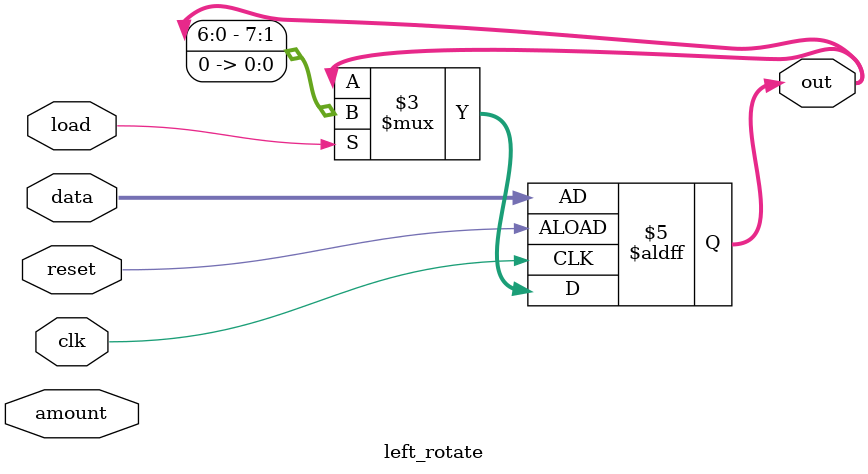
<source format=v>
module left_rotate(clk,reset,amount,data,load,out);
input clk,reset;
input [2:0] amount;
input [7:0] data;
input load;
output reg [7:0] out;
// when load is high, load data to out
// shift left and rotate the register out by amount bits
always@(posedge clk, posedge reset) //store load and rotate in registers
begin
	if(reset)	
	begin
// trigger initialization of registers
	out <= data;
	end
	else
	begin
//when load is high, load data to out
	if(load)	
	begin
// shift left with self only make sense if the left shift type of command is also accessing register
// in the register, when is selected, see def ie when selected, this shifts in data only when high at posedge
// when is not selected, this does nothing.
// the & with X is similar to a 2:1 mux, with 0 output, 1 & 2 outputs 1 out of 1, 0-data and data
	out <= out << 'd1;
// rotate right, this time the & operator is with stuff passed in from outside the rotate operation ie d2,
end
end
end
endmodule

</source>
